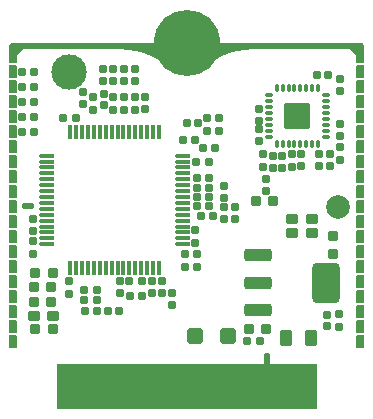
<source format=gts>
G04*
G04 #@! TF.GenerationSoftware,Altium Limited,Altium Designer,24.9.1 (31)*
G04*
G04 Layer_Color=8388736*
%FSLAX43Y43*%
%MOMM*%
G71*
G04*
G04 #@! TF.SameCoordinates,966C214A-C48B-4C11-AD4A-F44F92C35951*
G04*
G04*
G04 #@! TF.FilePolarity,Negative*
G04*
G01*
G75*
G04:AMPARAMS|DCode=34|XSize=0.6mm|YSize=0.7mm|CornerRadius=0.113mm|HoleSize=0mm|Usage=FLASHONLY|Rotation=270.000|XOffset=0mm|YOffset=0mm|HoleType=Round|Shape=RoundedRectangle|*
%AMROUNDEDRECTD34*
21,1,0.600,0.475,0,0,270.0*
21,1,0.375,0.700,0,0,270.0*
1,1,0.225,-0.238,-0.188*
1,1,0.225,-0.238,0.188*
1,1,0.225,0.238,0.188*
1,1,0.225,0.238,-0.188*
%
%ADD34ROUNDEDRECTD34*%
G04:AMPARAMS|DCode=35|XSize=0.5mm|YSize=1mm|CornerRadius=0.125mm|HoleSize=0mm|Usage=FLASHONLY|Rotation=90.000|XOffset=0mm|YOffset=0mm|HoleType=Round|Shape=RoundedRectangle|*
%AMROUNDEDRECTD35*
21,1,0.500,0.750,0,0,90.0*
21,1,0.250,1.000,0,0,90.0*
1,1,0.250,0.375,0.125*
1,1,0.250,0.375,-0.125*
1,1,0.250,-0.375,-0.125*
1,1,0.250,-0.375,0.125*
%
%ADD35ROUNDEDRECTD35*%
G04:AMPARAMS|DCode=36|XSize=0.5mm|YSize=1mm|CornerRadius=0.125mm|HoleSize=0mm|Usage=FLASHONLY|Rotation=180.000|XOffset=0mm|YOffset=0mm|HoleType=Round|Shape=RoundedRectangle|*
%AMROUNDEDRECTD36*
21,1,0.500,0.750,0,0,180.0*
21,1,0.250,1.000,0,0,180.0*
1,1,0.250,-0.125,0.375*
1,1,0.250,0.125,0.375*
1,1,0.250,0.125,-0.375*
1,1,0.250,-0.125,-0.375*
%
%ADD36ROUNDEDRECTD36*%
G04:AMPARAMS|DCode=37|XSize=0.6mm|YSize=0.7mm|CornerRadius=0.113mm|HoleSize=0mm|Usage=FLASHONLY|Rotation=0.000|XOffset=0mm|YOffset=0mm|HoleType=Round|Shape=RoundedRectangle|*
%AMROUNDEDRECTD37*
21,1,0.600,0.475,0,0,0.0*
21,1,0.375,0.700,0,0,0.0*
1,1,0.225,0.188,-0.238*
1,1,0.225,-0.188,-0.238*
1,1,0.225,-0.188,0.238*
1,1,0.225,0.188,0.238*
%
%ADD37ROUNDEDRECTD37*%
G04:AMPARAMS|DCode=38|XSize=0.9mm|YSize=0.85mm|CornerRadius=0.144mm|HoleSize=0mm|Usage=FLASHONLY|Rotation=0.000|XOffset=0mm|YOffset=0mm|HoleType=Round|Shape=RoundedRectangle|*
%AMROUNDEDRECTD38*
21,1,0.900,0.563,0,0,0.0*
21,1,0.613,0.850,0,0,0.0*
1,1,0.288,0.306,-0.281*
1,1,0.288,-0.306,-0.281*
1,1,0.288,-0.306,0.281*
1,1,0.288,0.306,0.281*
%
%ADD38ROUNDEDRECTD38*%
G04:AMPARAMS|DCode=39|XSize=1mm|YSize=0.8mm|CornerRadius=0.138mm|HoleSize=0mm|Usage=FLASHONLY|Rotation=0.000|XOffset=0mm|YOffset=0mm|HoleType=Round|Shape=RoundedRectangle|*
%AMROUNDEDRECTD39*
21,1,1.000,0.525,0,0,0.0*
21,1,0.725,0.800,0,0,0.0*
1,1,0.275,0.363,-0.263*
1,1,0.275,-0.363,-0.263*
1,1,0.275,-0.363,0.263*
1,1,0.275,0.363,0.263*
%
%ADD39ROUNDEDRECTD39*%
G04:AMPARAMS|DCode=40|XSize=3.4mm|YSize=2.3mm|CornerRadius=0.344mm|HoleSize=0mm|Usage=FLASHONLY|Rotation=270.000|XOffset=0mm|YOffset=0mm|HoleType=Round|Shape=RoundedRectangle|*
%AMROUNDEDRECTD40*
21,1,3.400,1.613,0,0,270.0*
21,1,2.713,2.300,0,0,270.0*
1,1,0.688,-0.806,-1.356*
1,1,0.688,-0.806,1.356*
1,1,0.688,0.806,1.356*
1,1,0.688,0.806,-1.356*
%
%ADD40ROUNDEDRECTD40*%
G04:AMPARAMS|DCode=41|XSize=1.1mm|YSize=2.3mm|CornerRadius=0.194mm|HoleSize=0mm|Usage=FLASHONLY|Rotation=270.000|XOffset=0mm|YOffset=0mm|HoleType=Round|Shape=RoundedRectangle|*
%AMROUNDEDRECTD41*
21,1,1.100,1.913,0,0,270.0*
21,1,0.713,2.300,0,0,270.0*
1,1,0.388,-0.956,-0.356*
1,1,0.388,-0.956,0.356*
1,1,0.388,0.956,0.356*
1,1,0.388,0.956,-0.356*
%
%ADD41ROUNDEDRECTD41*%
G04:AMPARAMS|DCode=42|XSize=0.7mm|YSize=0.7mm|CornerRadius=0.125mm|HoleSize=0mm|Usage=FLASHONLY|Rotation=270.000|XOffset=0mm|YOffset=0mm|HoleType=Round|Shape=RoundedRectangle|*
%AMROUNDEDRECTD42*
21,1,0.700,0.450,0,0,270.0*
21,1,0.450,0.700,0,0,270.0*
1,1,0.250,-0.225,-0.225*
1,1,0.250,-0.225,0.225*
1,1,0.250,0.225,0.225*
1,1,0.250,0.225,-0.225*
%
%ADD42ROUNDEDRECTD42*%
%ADD43R,0.450X1.600*%
G04:AMPARAMS|DCode=44|XSize=0.7mm|YSize=0.6mm|CornerRadius=0.113mm|HoleSize=0mm|Usage=FLASHONLY|Rotation=90.000|XOffset=0mm|YOffset=0mm|HoleType=Round|Shape=RoundedRectangle|*
%AMROUNDEDRECTD44*
21,1,0.700,0.375,0,0,90.0*
21,1,0.475,0.600,0,0,90.0*
1,1,0.225,0.188,0.238*
1,1,0.225,0.188,-0.238*
1,1,0.225,-0.188,-0.238*
1,1,0.225,-0.188,0.238*
%
%ADD44ROUNDEDRECTD44*%
G04:AMPARAMS|DCode=45|XSize=0.7mm|YSize=0.6mm|CornerRadius=0.113mm|HoleSize=0mm|Usage=FLASHONLY|Rotation=0.000|XOffset=0mm|YOffset=0mm|HoleType=Round|Shape=RoundedRectangle|*
%AMROUNDEDRECTD45*
21,1,0.700,0.375,0,0,0.0*
21,1,0.475,0.600,0,0,0.0*
1,1,0.225,0.238,-0.188*
1,1,0.225,-0.238,-0.188*
1,1,0.225,-0.238,0.188*
1,1,0.225,0.238,0.188*
%
%ADD45ROUNDEDRECTD45*%
G04:AMPARAMS|DCode=46|XSize=0.9mm|YSize=0.85mm|CornerRadius=0.144mm|HoleSize=0mm|Usage=FLASHONLY|Rotation=90.000|XOffset=0mm|YOffset=0mm|HoleType=Round|Shape=RoundedRectangle|*
%AMROUNDEDRECTD46*
21,1,0.900,0.563,0,0,90.0*
21,1,0.613,0.850,0,0,90.0*
1,1,0.288,0.281,0.306*
1,1,0.288,0.281,-0.306*
1,1,0.288,-0.281,-0.306*
1,1,0.288,-0.281,0.306*
%
%ADD46ROUNDEDRECTD46*%
%ADD47O,0.400X1.300*%
%ADD48O,1.300X0.400*%
G04:AMPARAMS|DCode=49|XSize=1.3mm|YSize=1.3mm|CornerRadius=0.2mm|HoleSize=0mm|Usage=FLASHONLY|Rotation=180.000|XOffset=0mm|YOffset=0mm|HoleType=Round|Shape=RoundedRectangle|*
%AMROUNDEDRECTD49*
21,1,1.300,0.900,0,0,180.0*
21,1,0.900,1.300,0,0,180.0*
1,1,0.400,-0.450,0.450*
1,1,0.400,0.450,0.450*
1,1,0.400,0.450,-0.450*
1,1,0.400,-0.450,-0.450*
%
%ADD49ROUNDEDRECTD49*%
G04:AMPARAMS|DCode=50|XSize=1mm|YSize=0.9mm|CornerRadius=0.15mm|HoleSize=0mm|Usage=FLASHONLY|Rotation=0.000|XOffset=0mm|YOffset=0mm|HoleType=Round|Shape=RoundedRectangle|*
%AMROUNDEDRECTD50*
21,1,1.000,0.600,0,0,0.0*
21,1,0.700,0.900,0,0,0.0*
1,1,0.300,0.350,-0.300*
1,1,0.300,-0.350,-0.300*
1,1,0.300,-0.350,0.300*
1,1,0.300,0.350,0.300*
%
%ADD50ROUNDEDRECTD50*%
G04:AMPARAMS|DCode=51|XSize=1.05mm|YSize=1.35mm|CornerRadius=0.188mm|HoleSize=0mm|Usage=FLASHONLY|Rotation=0.000|XOffset=0mm|YOffset=0mm|HoleType=Round|Shape=RoundedRectangle|*
%AMROUNDEDRECTD51*
21,1,1.050,0.975,0,0,0.0*
21,1,0.675,1.350,0,0,0.0*
1,1,0.375,0.338,-0.488*
1,1,0.375,-0.338,-0.488*
1,1,0.375,-0.338,0.488*
1,1,0.375,0.338,0.488*
%
%ADD51ROUNDEDRECTD51*%
G04:AMPARAMS|DCode=52|XSize=2.2mm|YSize=2.2mm|CornerRadius=0.155mm|HoleSize=0mm|Usage=FLASHONLY|Rotation=90.000|XOffset=0mm|YOffset=0mm|HoleType=Round|Shape=RoundedRectangle|*
%AMROUNDEDRECTD52*
21,1,2.200,1.890,0,0,90.0*
21,1,1.890,2.200,0,0,90.0*
1,1,0.310,0.945,0.945*
1,1,0.310,0.945,-0.945*
1,1,0.310,-0.945,-0.945*
1,1,0.310,-0.945,0.945*
%
%ADD52ROUNDEDRECTD52*%
G04:AMPARAMS|DCode=53|XSize=0.7mm|YSize=0.35mm|CornerRadius=0.113mm|HoleSize=0mm|Usage=FLASHONLY|Rotation=180.000|XOffset=0mm|YOffset=0mm|HoleType=Round|Shape=RoundedRectangle|*
%AMROUNDEDRECTD53*
21,1,0.700,0.125,0,0,180.0*
21,1,0.475,0.350,0,0,180.0*
1,1,0.225,-0.238,0.063*
1,1,0.225,0.238,0.063*
1,1,0.225,0.238,-0.063*
1,1,0.225,-0.238,-0.063*
%
%ADD53ROUNDEDRECTD53*%
G04:AMPARAMS|DCode=54|XSize=0.7mm|YSize=0.35mm|CornerRadius=0.113mm|HoleSize=0mm|Usage=FLASHONLY|Rotation=270.000|XOffset=0mm|YOffset=0mm|HoleType=Round|Shape=RoundedRectangle|*
%AMROUNDEDRECTD54*
21,1,0.700,0.125,0,0,270.0*
21,1,0.475,0.350,0,0,270.0*
1,1,0.225,-0.063,-0.238*
1,1,0.225,-0.063,0.238*
1,1,0.225,0.063,0.238*
1,1,0.225,0.063,-0.238*
%
%ADD54ROUNDEDRECTD54*%
%ADD55C,2.000*%
%ADD56C,3.000*%
%ADD57C,5.600*%
%ADD58C,0.100*%
G36*
X14913Y-30D02*
X14970Y-87D01*
X15000Y-160D01*
Y-200D01*
Y-617D01*
X15000D01*
X15010Y-618D01*
X15019Y-621D01*
X15028Y-625D01*
X15036Y-632D01*
X15042Y-639D01*
X15046Y-648D01*
X15049Y-657D01*
X15050Y-667D01*
Y-1667D01*
X15049Y-1677D01*
X15046Y-1686D01*
X15042Y-1695D01*
X15036Y-1703D01*
X15028Y-1709D01*
X15019Y-1714D01*
X15010Y-1717D01*
X15000Y-1717D01*
X14500D01*
X14500Y-1717D01*
X14491Y-1717D01*
X14490Y-1717D01*
X14481Y-1714D01*
X14472Y-1709D01*
X14468Y-1706D01*
X14464Y-1703D01*
X14464Y-1703D01*
X14365Y-1603D01*
X14364Y-1603D01*
X14361Y-1599D01*
X14358Y-1595D01*
X14356Y-1591D01*
X14354Y-1586D01*
X14351Y-1577D01*
X14350Y-1567D01*
Y-1050D01*
X13941Y-641D01*
X13906Y-610D01*
X13828Y-557D01*
X13740Y-521D01*
X13647Y-502D01*
X13600Y-500D01*
X6000D01*
Y-500D01*
X6000Y-500D01*
X5655Y-504D01*
X4967Y-564D01*
X4288Y-690D01*
X3625Y-882D01*
X2984Y-1139D01*
X2371Y-1457D01*
X1792Y-1833D01*
X1253Y-2265D01*
X1000Y-2500D01*
Y-500D01*
X-1000D01*
X-1000Y-2500D01*
X-1253Y-2265D01*
X-1792Y-1833D01*
X-2371Y-1457D01*
X-2984Y-1139D01*
X-3625Y-882D01*
X-4288Y-690D01*
X-4967Y-564D01*
X-5655Y-504D01*
X-6000Y-500D01*
Y-500D01*
Y-500D01*
X-13600D01*
X-13647Y-502D01*
X-13740Y-521D01*
X-13828Y-557D01*
X-13906Y-610D01*
X-13941Y-641D01*
X-13900Y-600D01*
X-13941Y-641D01*
X-13941Y-641D01*
X-14350Y-1050D01*
Y-1570D01*
X-14350Y-1570D01*
X-14350Y-1575D01*
X-14351Y-1580D01*
X-14353Y-1587D01*
X-14354Y-1589D01*
X-14358Y-1598D01*
X-14364Y-1606D01*
X-14364Y-1606D01*
X-14464Y-1706D01*
X-14464Y-1706D01*
X-14468Y-1708D01*
X-14472Y-1712D01*
X-14481Y-1716D01*
X-14490Y-1719D01*
X-14495Y-1720D01*
X-14500Y-1720D01*
X-14500Y-1720D01*
X-15000Y-1720D01*
X-15010Y-1719D01*
X-15019Y-1716D01*
X-15028Y-1712D01*
X-15036Y-1706D01*
X-15042Y-1698D01*
X-15046Y-1689D01*
X-15049Y-1680D01*
X-15050Y-1670D01*
Y-670D01*
X-15049Y-660D01*
X-15046Y-651D01*
X-15042Y-642D01*
X-15036Y-634D01*
X-15028Y-628D01*
X-15019Y-624D01*
X-15010Y-621D01*
X-15009Y-621D01*
X-15000Y-620D01*
Y-241D01*
Y-193D01*
X-14963Y-104D01*
X-14896Y-37D01*
X-14807Y0D01*
X14840D01*
X14913Y-30D01*
D02*
G37*
G36*
X14500Y-1890D02*
X15000Y-1890D01*
X15010Y-1891D01*
X15019Y-1894D01*
X15028Y-1898D01*
X15036Y-1904D01*
X15042Y-1912D01*
X15046Y-1921D01*
X15049Y-1930D01*
X15050Y-1940D01*
Y-2940D01*
X15049Y-2950D01*
X15046Y-2959D01*
X15042Y-2968D01*
X15036Y-2976D01*
X15028Y-2982D01*
X15019Y-2986D01*
X15010Y-2989D01*
X15000Y-2990D01*
X14500D01*
X14500Y-2990D01*
X14491Y-2989D01*
X14490Y-2989D01*
X14481Y-2986D01*
X14472Y-2982D01*
X14468Y-2978D01*
X14464Y-2976D01*
X14464Y-2976D01*
X14364Y-2876D01*
X14364Y-2876D01*
X14361Y-2871D01*
X14358Y-2868D01*
X14356Y-2863D01*
X14354Y-2859D01*
X14351Y-2850D01*
X14350Y-2840D01*
Y-2040D01*
X14350Y-2040D01*
X14350Y-2035D01*
X14351Y-2030D01*
X14353Y-2023D01*
X14354Y-2021D01*
X14358Y-2012D01*
X14364Y-2004D01*
X14364Y-2004D01*
X14464Y-1904D01*
X14464Y-1904D01*
X14468Y-1902D01*
X14472Y-1898D01*
X14481Y-1894D01*
X14490Y-1891D01*
X14495Y-1890D01*
X14500Y-1890D01*
X14500Y-1890D01*
D02*
G37*
G36*
X-14491Y-1891D02*
X-14490Y-1891D01*
X-14481Y-1894D01*
X-14472Y-1898D01*
X-14468Y-1902D01*
X-14464Y-1904D01*
X-14464Y-1904D01*
X-14364Y-2004D01*
X-14364Y-2004D01*
X-14361Y-2009D01*
X-14358Y-2012D01*
X-14356Y-2017D01*
X-14354Y-2021D01*
X-14351Y-2030D01*
X-14350Y-2040D01*
Y-2840D01*
X-14350Y-2840D01*
X-14350Y-2845D01*
X-14351Y-2850D01*
X-14353Y-2857D01*
X-14354Y-2859D01*
X-14358Y-2868D01*
X-14364Y-2876D01*
X-14364Y-2876D01*
X-14464Y-2976D01*
X-14464Y-2976D01*
X-14468Y-2978D01*
X-14472Y-2982D01*
X-14481Y-2986D01*
X-14490Y-2989D01*
X-14495Y-2990D01*
X-14500Y-2990D01*
X-14500Y-2990D01*
X-15000Y-2990D01*
X-15010Y-2989D01*
X-15019Y-2986D01*
X-15028Y-2982D01*
X-15036Y-2976D01*
X-15042Y-2968D01*
X-15046Y-2959D01*
X-15049Y-2950D01*
X-15050Y-2940D01*
Y-1940D01*
X-15049Y-1930D01*
X-15046Y-1921D01*
X-15042Y-1912D01*
X-15036Y-1904D01*
X-15028Y-1898D01*
X-15019Y-1894D01*
X-15010Y-1891D01*
X-15000Y-1890D01*
X-14500D01*
X-14500Y-1890D01*
X-14491Y-1891D01*
D02*
G37*
G36*
X14500Y-3160D02*
X15000Y-3160D01*
X15010Y-3161D01*
X15019Y-3164D01*
X15028Y-3168D01*
X15036Y-3174D01*
X15042Y-3182D01*
X15046Y-3191D01*
X15049Y-3200D01*
X15050Y-3210D01*
Y-4210D01*
X15049Y-4220D01*
X15046Y-4229D01*
X15042Y-4238D01*
X15036Y-4246D01*
X15028Y-4252D01*
X15019Y-4256D01*
X15010Y-4259D01*
X15000Y-4260D01*
X14500D01*
X14500Y-4260D01*
X14491Y-4259D01*
X14490Y-4259D01*
X14481Y-4256D01*
X14472Y-4252D01*
X14468Y-4248D01*
X14464Y-4246D01*
X14464Y-4246D01*
X14364Y-4146D01*
X14364Y-4146D01*
X14361Y-4141D01*
X14358Y-4138D01*
X14356Y-4133D01*
X14354Y-4129D01*
X14351Y-4120D01*
X14350Y-4110D01*
Y-3310D01*
X14350Y-3310D01*
X14350Y-3305D01*
X14351Y-3300D01*
X14353Y-3293D01*
X14354Y-3291D01*
X14358Y-3282D01*
X14364Y-3274D01*
X14364Y-3274D01*
X14464Y-3174D01*
X14464Y-3174D01*
X14468Y-3172D01*
X14472Y-3168D01*
X14481Y-3164D01*
X14490Y-3161D01*
X14495Y-3160D01*
X14500Y-3160D01*
X14500Y-3160D01*
D02*
G37*
G36*
X-14491Y-3161D02*
X-14490Y-3161D01*
X-14481Y-3164D01*
X-14472Y-3168D01*
X-14468Y-3172D01*
X-14464Y-3174D01*
X-14464Y-3174D01*
X-14364Y-3274D01*
X-14364Y-3274D01*
X-14361Y-3279D01*
X-14358Y-3282D01*
X-14356Y-3287D01*
X-14354Y-3291D01*
X-14351Y-3300D01*
X-14350Y-3310D01*
Y-4110D01*
X-14350Y-4110D01*
X-14350Y-4115D01*
X-14351Y-4120D01*
X-14353Y-4127D01*
X-14354Y-4129D01*
X-14358Y-4138D01*
X-14364Y-4146D01*
X-14364Y-4146D01*
X-14464Y-4246D01*
X-14464Y-4246D01*
X-14468Y-4248D01*
X-14472Y-4252D01*
X-14481Y-4256D01*
X-14490Y-4259D01*
X-14495Y-4260D01*
X-14500Y-4260D01*
X-14500Y-4260D01*
X-15000Y-4260D01*
X-15010Y-4259D01*
X-15019Y-4256D01*
X-15028Y-4252D01*
X-15036Y-4246D01*
X-15042Y-4238D01*
X-15046Y-4229D01*
X-15049Y-4220D01*
X-15050Y-4210D01*
Y-3210D01*
X-15049Y-3200D01*
X-15046Y-3191D01*
X-15042Y-3182D01*
X-15036Y-3174D01*
X-15028Y-3168D01*
X-15019Y-3164D01*
X-15010Y-3161D01*
X-15000Y-3160D01*
X-14500D01*
X-14500Y-3160D01*
X-14491Y-3161D01*
D02*
G37*
G36*
X14500Y-4430D02*
X15000Y-4430D01*
X15010Y-4431D01*
X15019Y-4434D01*
X15028Y-4438D01*
X15036Y-4444D01*
X15042Y-4452D01*
X15046Y-4461D01*
X15049Y-4470D01*
X15050Y-4480D01*
Y-5480D01*
X15049Y-5490D01*
X15046Y-5499D01*
X15042Y-5508D01*
X15036Y-5516D01*
X15028Y-5522D01*
X15019Y-5526D01*
X15010Y-5529D01*
X15000Y-5530D01*
X14500D01*
X14500Y-5530D01*
X14491Y-5529D01*
X14490Y-5529D01*
X14481Y-5526D01*
X14472Y-5522D01*
X14468Y-5518D01*
X14464Y-5516D01*
X14464Y-5516D01*
X14364Y-5416D01*
X14364Y-5416D01*
X14361Y-5411D01*
X14358Y-5408D01*
X14356Y-5403D01*
X14354Y-5399D01*
X14351Y-5390D01*
X14350Y-5380D01*
Y-4580D01*
X14350Y-4580D01*
X14350Y-4575D01*
X14351Y-4570D01*
X14353Y-4563D01*
X14354Y-4561D01*
X14358Y-4552D01*
X14364Y-4544D01*
X14364Y-4544D01*
X14464Y-4444D01*
X14464Y-4444D01*
X14468Y-4442D01*
X14472Y-4438D01*
X14481Y-4434D01*
X14490Y-4431D01*
X14495Y-4430D01*
X14500Y-4430D01*
X14500Y-4430D01*
D02*
G37*
G36*
X-14491Y-4431D02*
X-14490Y-4431D01*
X-14481Y-4434D01*
X-14472Y-4438D01*
X-14468Y-4442D01*
X-14464Y-4444D01*
X-14464Y-4444D01*
X-14364Y-4544D01*
X-14364Y-4544D01*
X-14361Y-4549D01*
X-14358Y-4552D01*
X-14356Y-4557D01*
X-14354Y-4561D01*
X-14351Y-4570D01*
X-14350Y-4580D01*
Y-5380D01*
X-14350Y-5380D01*
X-14350Y-5385D01*
X-14351Y-5390D01*
X-14353Y-5397D01*
X-14354Y-5399D01*
X-14358Y-5408D01*
X-14364Y-5416D01*
X-14364Y-5416D01*
X-14464Y-5516D01*
X-14464Y-5516D01*
X-14468Y-5518D01*
X-14472Y-5522D01*
X-14481Y-5526D01*
X-14490Y-5529D01*
X-14495Y-5530D01*
X-14500Y-5530D01*
X-14500Y-5530D01*
X-15000Y-5530D01*
X-15010Y-5529D01*
X-15019Y-5526D01*
X-15028Y-5522D01*
X-15036Y-5516D01*
X-15042Y-5508D01*
X-15046Y-5499D01*
X-15049Y-5490D01*
X-15050Y-5480D01*
Y-4480D01*
X-15049Y-4470D01*
X-15046Y-4461D01*
X-15042Y-4452D01*
X-15036Y-4444D01*
X-15028Y-4438D01*
X-15019Y-4434D01*
X-15010Y-4431D01*
X-15000Y-4430D01*
X-14500D01*
X-14500Y-4430D01*
X-14491Y-4431D01*
D02*
G37*
G36*
X14500Y-5700D02*
X15000Y-5700D01*
X15010Y-5701D01*
X15019Y-5704D01*
X15028Y-5708D01*
X15036Y-5714D01*
X15042Y-5722D01*
X15046Y-5731D01*
X15049Y-5740D01*
X15050Y-5750D01*
Y-6750D01*
X15049Y-6760D01*
X15046Y-6769D01*
X15042Y-6778D01*
X15036Y-6786D01*
X15028Y-6792D01*
X15019Y-6796D01*
X15010Y-6799D01*
X15000Y-6800D01*
X14500D01*
X14500Y-6800D01*
X14491Y-6799D01*
X14490Y-6799D01*
X14481Y-6796D01*
X14472Y-6792D01*
X14468Y-6788D01*
X14464Y-6786D01*
X14464Y-6786D01*
X14364Y-6686D01*
X14364Y-6686D01*
X14361Y-6681D01*
X14358Y-6678D01*
X14356Y-6673D01*
X14354Y-6669D01*
X14351Y-6660D01*
X14350Y-6650D01*
Y-5850D01*
X14350Y-5850D01*
X14350Y-5845D01*
X14351Y-5840D01*
X14353Y-5833D01*
X14354Y-5831D01*
X14358Y-5822D01*
X14364Y-5814D01*
X14364Y-5814D01*
X14464Y-5714D01*
X14464Y-5714D01*
X14468Y-5712D01*
X14472Y-5708D01*
X14481Y-5704D01*
X14490Y-5701D01*
X14495Y-5700D01*
X14500Y-5700D01*
X14500Y-5700D01*
D02*
G37*
G36*
X-14491Y-5701D02*
X-14490Y-5701D01*
X-14481Y-5704D01*
X-14472Y-5708D01*
X-14468Y-5712D01*
X-14464Y-5714D01*
X-14464Y-5714D01*
X-14364Y-5814D01*
X-14364Y-5814D01*
X-14361Y-5819D01*
X-14358Y-5822D01*
X-14356Y-5827D01*
X-14354Y-5831D01*
X-14351Y-5840D01*
X-14350Y-5850D01*
Y-6650D01*
X-14350Y-6650D01*
X-14350Y-6655D01*
X-14351Y-6660D01*
X-14353Y-6667D01*
X-14354Y-6669D01*
X-14358Y-6678D01*
X-14364Y-6686D01*
X-14364Y-6686D01*
X-14464Y-6786D01*
X-14464Y-6786D01*
X-14468Y-6788D01*
X-14472Y-6792D01*
X-14481Y-6796D01*
X-14490Y-6799D01*
X-14495Y-6800D01*
X-14500Y-6800D01*
X-14500Y-6800D01*
X-15000Y-6800D01*
X-15010Y-6799D01*
X-15019Y-6796D01*
X-15028Y-6792D01*
X-15036Y-6786D01*
X-15042Y-6778D01*
X-15046Y-6769D01*
X-15049Y-6760D01*
X-15050Y-6750D01*
Y-5750D01*
X-15049Y-5740D01*
X-15046Y-5731D01*
X-15042Y-5722D01*
X-15036Y-5714D01*
X-15028Y-5708D01*
X-15019Y-5704D01*
X-15010Y-5701D01*
X-15000Y-5700D01*
X-14500D01*
X-14500Y-5700D01*
X-14491Y-5701D01*
D02*
G37*
G36*
X14500Y-6970D02*
X15000Y-6970D01*
X15010Y-6971D01*
X15019Y-6974D01*
X15028Y-6978D01*
X15036Y-6984D01*
X15042Y-6992D01*
X15046Y-7001D01*
X15049Y-7010D01*
X15050Y-7020D01*
Y-8020D01*
X15049Y-8030D01*
X15046Y-8039D01*
X15042Y-8048D01*
X15036Y-8056D01*
X15028Y-8062D01*
X15019Y-8066D01*
X15010Y-8069D01*
X15000Y-8070D01*
X14500D01*
X14500Y-8070D01*
X14491Y-8069D01*
X14490Y-8069D01*
X14481Y-8066D01*
X14472Y-8062D01*
X14468Y-8058D01*
X14464Y-8056D01*
X14464Y-8056D01*
X14364Y-7956D01*
X14364Y-7956D01*
X14361Y-7951D01*
X14358Y-7948D01*
X14356Y-7943D01*
X14354Y-7939D01*
X14351Y-7930D01*
X14350Y-7920D01*
Y-7120D01*
X14350Y-7120D01*
X14350Y-7115D01*
X14351Y-7110D01*
X14353Y-7103D01*
X14354Y-7101D01*
X14358Y-7092D01*
X14364Y-7084D01*
X14364Y-7084D01*
X14464Y-6984D01*
X14464Y-6984D01*
X14468Y-6982D01*
X14472Y-6978D01*
X14481Y-6974D01*
X14490Y-6971D01*
X14495Y-6970D01*
X14500Y-6970D01*
X14500Y-6970D01*
D02*
G37*
G36*
X-14491Y-6971D02*
X-14490Y-6971D01*
X-14481Y-6974D01*
X-14472Y-6978D01*
X-14468Y-6982D01*
X-14464Y-6984D01*
X-14464Y-6984D01*
X-14364Y-7084D01*
X-14364Y-7084D01*
X-14361Y-7089D01*
X-14358Y-7092D01*
X-14356Y-7097D01*
X-14354Y-7101D01*
X-14351Y-7110D01*
X-14350Y-7120D01*
Y-7920D01*
X-14350Y-7920D01*
X-14350Y-7925D01*
X-14351Y-7930D01*
X-14353Y-7937D01*
X-14354Y-7939D01*
X-14358Y-7948D01*
X-14364Y-7956D01*
X-14364Y-7956D01*
X-14464Y-8056D01*
X-14464Y-8056D01*
X-14468Y-8058D01*
X-14472Y-8062D01*
X-14481Y-8066D01*
X-14490Y-8069D01*
X-14495Y-8070D01*
X-14500Y-8070D01*
X-14500Y-8070D01*
X-15000Y-8070D01*
X-15010Y-8069D01*
X-15019Y-8066D01*
X-15028Y-8062D01*
X-15036Y-8056D01*
X-15042Y-8048D01*
X-15046Y-8039D01*
X-15049Y-8030D01*
X-15050Y-8020D01*
Y-7020D01*
X-15049Y-7010D01*
X-15046Y-7001D01*
X-15042Y-6992D01*
X-15036Y-6984D01*
X-15028Y-6978D01*
X-15019Y-6974D01*
X-15010Y-6971D01*
X-15000Y-6970D01*
X-14500D01*
X-14500Y-6970D01*
X-14491Y-6971D01*
D02*
G37*
G36*
X14500Y-8240D02*
X15000Y-8240D01*
X15010Y-8241D01*
X15019Y-8244D01*
X15028Y-8248D01*
X15036Y-8254D01*
X15042Y-8262D01*
X15046Y-8271D01*
X15049Y-8280D01*
X15050Y-8290D01*
Y-9290D01*
X15049Y-9300D01*
X15046Y-9309D01*
X15042Y-9318D01*
X15036Y-9326D01*
X15028Y-9332D01*
X15019Y-9336D01*
X15010Y-9339D01*
X15000Y-9340D01*
X14500D01*
X14500Y-9340D01*
X14491Y-9339D01*
X14490Y-9339D01*
X14481Y-9336D01*
X14472Y-9332D01*
X14468Y-9328D01*
X14464Y-9326D01*
X14464Y-9326D01*
X14364Y-9226D01*
X14364Y-9226D01*
X14361Y-9221D01*
X14358Y-9218D01*
X14356Y-9213D01*
X14354Y-9209D01*
X14351Y-9200D01*
X14350Y-9190D01*
Y-8390D01*
X14350Y-8390D01*
X14350Y-8385D01*
X14351Y-8380D01*
X14353Y-8373D01*
X14354Y-8371D01*
X14358Y-8362D01*
X14364Y-8354D01*
X14364Y-8354D01*
X14464Y-8254D01*
X14464Y-8254D01*
X14468Y-8252D01*
X14472Y-8248D01*
X14481Y-8244D01*
X14490Y-8241D01*
X14495Y-8240D01*
X14500Y-8240D01*
X14500Y-8240D01*
D02*
G37*
G36*
X-14491Y-8241D02*
X-14490Y-8241D01*
X-14481Y-8244D01*
X-14472Y-8248D01*
X-14468Y-8252D01*
X-14464Y-8254D01*
X-14464Y-8254D01*
X-14364Y-8354D01*
X-14364Y-8354D01*
X-14361Y-8359D01*
X-14358Y-8362D01*
X-14356Y-8367D01*
X-14354Y-8371D01*
X-14351Y-8380D01*
X-14350Y-8390D01*
Y-9190D01*
X-14350Y-9190D01*
X-14350Y-9195D01*
X-14351Y-9200D01*
X-14353Y-9207D01*
X-14354Y-9209D01*
X-14358Y-9218D01*
X-14364Y-9226D01*
X-14364Y-9226D01*
X-14464Y-9326D01*
X-14464Y-9326D01*
X-14468Y-9328D01*
X-14472Y-9332D01*
X-14481Y-9336D01*
X-14490Y-9339D01*
X-14495Y-9340D01*
X-14500Y-9340D01*
X-14500Y-9340D01*
X-15000Y-9340D01*
X-15010Y-9339D01*
X-15019Y-9336D01*
X-15028Y-9332D01*
X-15036Y-9326D01*
X-15042Y-9318D01*
X-15046Y-9309D01*
X-15049Y-9300D01*
X-15050Y-9290D01*
Y-8290D01*
X-15049Y-8280D01*
X-15046Y-8271D01*
X-15042Y-8262D01*
X-15036Y-8254D01*
X-15028Y-8248D01*
X-15019Y-8244D01*
X-15010Y-8241D01*
X-15000Y-8240D01*
X-14500D01*
X-14500Y-8240D01*
X-14491Y-8241D01*
D02*
G37*
G36*
X14500Y-9510D02*
X15000Y-9510D01*
X15010Y-9511D01*
X15019Y-9514D01*
X15028Y-9518D01*
X15036Y-9524D01*
X15042Y-9532D01*
X15046Y-9541D01*
X15049Y-9550D01*
X15050Y-9560D01*
Y-10560D01*
X15049Y-10570D01*
X15046Y-10579D01*
X15042Y-10588D01*
X15036Y-10596D01*
X15028Y-10602D01*
X15019Y-10606D01*
X15010Y-10609D01*
X15000Y-10610D01*
X14500D01*
X14500Y-10610D01*
X14491Y-10609D01*
X14490Y-10609D01*
X14481Y-10606D01*
X14472Y-10602D01*
X14468Y-10598D01*
X14464Y-10596D01*
X14464Y-10596D01*
X14364Y-10496D01*
X14364Y-10496D01*
X14361Y-10491D01*
X14358Y-10488D01*
X14356Y-10483D01*
X14354Y-10479D01*
X14351Y-10470D01*
X14350Y-10460D01*
Y-9660D01*
X14350Y-9660D01*
X14350Y-9655D01*
X14351Y-9650D01*
X14353Y-9643D01*
X14354Y-9641D01*
X14358Y-9632D01*
X14364Y-9624D01*
X14364Y-9624D01*
X14464Y-9524D01*
X14464Y-9524D01*
X14468Y-9522D01*
X14472Y-9518D01*
X14481Y-9514D01*
X14490Y-9511D01*
X14495Y-9510D01*
X14500Y-9510D01*
X14500Y-9510D01*
D02*
G37*
G36*
X-14491Y-9511D02*
X-14490Y-9511D01*
X-14481Y-9514D01*
X-14472Y-9518D01*
X-14468Y-9522D01*
X-14464Y-9524D01*
X-14464Y-9524D01*
X-14364Y-9624D01*
X-14364Y-9624D01*
X-14361Y-9629D01*
X-14358Y-9632D01*
X-14356Y-9637D01*
X-14354Y-9641D01*
X-14351Y-9650D01*
X-14350Y-9660D01*
Y-10460D01*
X-14350Y-10460D01*
X-14350Y-10465D01*
X-14351Y-10470D01*
X-14353Y-10477D01*
X-14354Y-10479D01*
X-14358Y-10488D01*
X-14364Y-10496D01*
X-14364Y-10496D01*
X-14464Y-10596D01*
X-14464Y-10596D01*
X-14468Y-10598D01*
X-14472Y-10602D01*
X-14481Y-10606D01*
X-14490Y-10609D01*
X-14495Y-10610D01*
X-14500Y-10610D01*
X-14500Y-10610D01*
X-15000Y-10610D01*
X-15010Y-10609D01*
X-15019Y-10606D01*
X-15028Y-10602D01*
X-15036Y-10596D01*
X-15042Y-10588D01*
X-15046Y-10579D01*
X-15049Y-10570D01*
X-15050Y-10560D01*
Y-9560D01*
X-15049Y-9550D01*
X-15046Y-9541D01*
X-15042Y-9532D01*
X-15036Y-9524D01*
X-15028Y-9518D01*
X-15019Y-9514D01*
X-15010Y-9511D01*
X-15000Y-9510D01*
X-14500D01*
X-14500Y-9510D01*
X-14491Y-9511D01*
D02*
G37*
G36*
X14500Y-10780D02*
X15000Y-10780D01*
X15010Y-10781D01*
X15019Y-10784D01*
X15028Y-10788D01*
X15036Y-10794D01*
X15042Y-10802D01*
X15046Y-10811D01*
X15049Y-10820D01*
X15050Y-10830D01*
Y-11830D01*
X15049Y-11840D01*
X15046Y-11849D01*
X15042Y-11858D01*
X15036Y-11866D01*
X15028Y-11872D01*
X15019Y-11876D01*
X15010Y-11879D01*
X15000Y-11880D01*
X14500D01*
X14500Y-11880D01*
X14491Y-11879D01*
X14490Y-11879D01*
X14481Y-11876D01*
X14472Y-11872D01*
X14468Y-11868D01*
X14464Y-11866D01*
X14464Y-11866D01*
X14364Y-11766D01*
X14364Y-11766D01*
X14361Y-11761D01*
X14358Y-11758D01*
X14356Y-11753D01*
X14354Y-11749D01*
X14351Y-11740D01*
X14350Y-11730D01*
Y-10930D01*
X14350Y-10930D01*
X14350Y-10925D01*
X14351Y-10920D01*
X14353Y-10913D01*
X14354Y-10911D01*
X14358Y-10902D01*
X14364Y-10894D01*
X14364Y-10894D01*
X14464Y-10794D01*
X14464Y-10794D01*
X14468Y-10792D01*
X14472Y-10788D01*
X14481Y-10784D01*
X14490Y-10781D01*
X14495Y-10780D01*
X14500Y-10780D01*
X14500Y-10780D01*
D02*
G37*
G36*
X-14491Y-10781D02*
X-14490Y-10781D01*
X-14481Y-10784D01*
X-14472Y-10788D01*
X-14468Y-10792D01*
X-14464Y-10794D01*
X-14464Y-10794D01*
X-14364Y-10894D01*
X-14364Y-10894D01*
X-14361Y-10899D01*
X-14358Y-10902D01*
X-14356Y-10907D01*
X-14354Y-10911D01*
X-14351Y-10920D01*
X-14350Y-10930D01*
Y-11730D01*
X-14350Y-11730D01*
X-14350Y-11735D01*
X-14351Y-11740D01*
X-14353Y-11747D01*
X-14354Y-11749D01*
X-14358Y-11758D01*
X-14364Y-11766D01*
X-14364Y-11766D01*
X-14464Y-11866D01*
X-14464Y-11866D01*
X-14468Y-11868D01*
X-14472Y-11872D01*
X-14481Y-11876D01*
X-14490Y-11879D01*
X-14495Y-11880D01*
X-14500Y-11880D01*
X-14500Y-11880D01*
X-15000Y-11880D01*
X-15010Y-11879D01*
X-15019Y-11876D01*
X-15028Y-11872D01*
X-15036Y-11866D01*
X-15042Y-11858D01*
X-15046Y-11849D01*
X-15049Y-11840D01*
X-15050Y-11830D01*
Y-10830D01*
X-15049Y-10820D01*
X-15046Y-10811D01*
X-15042Y-10802D01*
X-15036Y-10794D01*
X-15028Y-10788D01*
X-15019Y-10784D01*
X-15010Y-10781D01*
X-15000Y-10780D01*
X-14500D01*
X-14500Y-10780D01*
X-14491Y-10781D01*
D02*
G37*
G36*
X14500Y-12050D02*
X15000Y-12050D01*
X15010Y-12051D01*
X15019Y-12054D01*
X15028Y-12058D01*
X15036Y-12064D01*
X15042Y-12072D01*
X15046Y-12081D01*
X15049Y-12090D01*
X15050Y-12100D01*
Y-13100D01*
X15049Y-13110D01*
X15046Y-13119D01*
X15042Y-13128D01*
X15036Y-13136D01*
X15028Y-13142D01*
X15019Y-13146D01*
X15010Y-13149D01*
X15000Y-13150D01*
X14500D01*
X14500Y-13150D01*
X14491Y-13149D01*
X14490Y-13149D01*
X14481Y-13146D01*
X14472Y-13142D01*
X14468Y-13138D01*
X14464Y-13136D01*
X14464Y-13136D01*
X14364Y-13036D01*
X14364Y-13036D01*
X14361Y-13031D01*
X14358Y-13028D01*
X14356Y-13023D01*
X14354Y-13019D01*
X14351Y-13010D01*
X14350Y-13000D01*
Y-12200D01*
X14350Y-12200D01*
X14350Y-12195D01*
X14351Y-12190D01*
X14353Y-12183D01*
X14354Y-12181D01*
X14358Y-12172D01*
X14364Y-12164D01*
X14364Y-12164D01*
X14464Y-12064D01*
X14464Y-12064D01*
X14468Y-12062D01*
X14472Y-12058D01*
X14481Y-12054D01*
X14490Y-12051D01*
X14495Y-12050D01*
X14500Y-12050D01*
X14500Y-12050D01*
D02*
G37*
G36*
X-14491Y-12051D02*
X-14490Y-12051D01*
X-14481Y-12054D01*
X-14472Y-12058D01*
X-14468Y-12062D01*
X-14464Y-12064D01*
X-14464Y-12064D01*
X-14364Y-12164D01*
X-14364Y-12164D01*
X-14361Y-12169D01*
X-14358Y-12172D01*
X-14356Y-12177D01*
X-14354Y-12181D01*
X-14351Y-12190D01*
X-14350Y-12200D01*
Y-13000D01*
X-14350Y-13000D01*
X-14350Y-13005D01*
X-14351Y-13010D01*
X-14353Y-13017D01*
X-14354Y-13019D01*
X-14358Y-13028D01*
X-14364Y-13036D01*
X-14364Y-13036D01*
X-14464Y-13136D01*
X-14464Y-13136D01*
X-14468Y-13138D01*
X-14472Y-13142D01*
X-14481Y-13146D01*
X-14490Y-13149D01*
X-14495Y-13150D01*
X-14500Y-13150D01*
X-14500Y-13150D01*
X-15000Y-13150D01*
X-15010Y-13149D01*
X-15019Y-13146D01*
X-15028Y-13142D01*
X-15036Y-13136D01*
X-15042Y-13128D01*
X-15046Y-13119D01*
X-15049Y-13110D01*
X-15050Y-13100D01*
Y-12100D01*
X-15049Y-12090D01*
X-15046Y-12081D01*
X-15042Y-12072D01*
X-15036Y-12064D01*
X-15028Y-12058D01*
X-15019Y-12054D01*
X-15010Y-12051D01*
X-15000Y-12050D01*
X-14500D01*
X-14500Y-12050D01*
X-14491Y-12051D01*
D02*
G37*
G36*
X14500Y-13320D02*
X15000Y-13320D01*
X15010Y-13321D01*
X15019Y-13324D01*
X15028Y-13328D01*
X15036Y-13334D01*
X15042Y-13342D01*
X15046Y-13351D01*
X15049Y-13360D01*
X15050Y-13370D01*
Y-14370D01*
X15049Y-14380D01*
X15046Y-14389D01*
X15042Y-14398D01*
X15036Y-14406D01*
X15028Y-14412D01*
X15019Y-14416D01*
X15010Y-14419D01*
X15000Y-14420D01*
X14500D01*
X14500Y-14420D01*
X14491Y-14419D01*
X14490Y-14419D01*
X14481Y-14416D01*
X14472Y-14412D01*
X14468Y-14408D01*
X14464Y-14406D01*
X14464Y-14406D01*
X14364Y-14306D01*
X14364Y-14306D01*
X14361Y-14301D01*
X14358Y-14298D01*
X14356Y-14293D01*
X14354Y-14289D01*
X14351Y-14280D01*
X14350Y-14270D01*
Y-13470D01*
X14350Y-13470D01*
X14350Y-13465D01*
X14351Y-13460D01*
X14353Y-13453D01*
X14354Y-13451D01*
X14358Y-13442D01*
X14364Y-13434D01*
X14364Y-13434D01*
X14464Y-13334D01*
X14464Y-13334D01*
X14468Y-13332D01*
X14472Y-13328D01*
X14481Y-13324D01*
X14490Y-13321D01*
X14495Y-13320D01*
X14500Y-13320D01*
X14500Y-13320D01*
D02*
G37*
G36*
X-14491Y-13321D02*
X-14490Y-13321D01*
X-14481Y-13324D01*
X-14472Y-13328D01*
X-14468Y-13332D01*
X-14464Y-13334D01*
X-14464Y-13334D01*
X-14364Y-13434D01*
X-14364Y-13434D01*
X-14361Y-13439D01*
X-14358Y-13442D01*
X-14356Y-13447D01*
X-14354Y-13451D01*
X-14351Y-13460D01*
X-14350Y-13470D01*
Y-14270D01*
X-14350Y-14270D01*
X-14350Y-14275D01*
X-14351Y-14280D01*
X-14353Y-14287D01*
X-14354Y-14289D01*
X-14358Y-14298D01*
X-14364Y-14306D01*
X-14364Y-14306D01*
X-14464Y-14406D01*
X-14464Y-14406D01*
X-14468Y-14408D01*
X-14472Y-14412D01*
X-14481Y-14416D01*
X-14490Y-14419D01*
X-14495Y-14420D01*
X-14500Y-14420D01*
X-14500Y-14420D01*
X-15000Y-14420D01*
X-15010Y-14419D01*
X-15019Y-14416D01*
X-15028Y-14412D01*
X-15036Y-14406D01*
X-15042Y-14398D01*
X-15046Y-14389D01*
X-15049Y-14380D01*
X-15050Y-14370D01*
Y-13370D01*
X-15049Y-13360D01*
X-15046Y-13351D01*
X-15042Y-13342D01*
X-15036Y-13334D01*
X-15028Y-13328D01*
X-15019Y-13324D01*
X-15010Y-13321D01*
X-15000Y-13320D01*
X-14500D01*
X-14500Y-13320D01*
X-14491Y-13321D01*
D02*
G37*
G36*
X14500Y-14590D02*
X15000Y-14590D01*
X15010Y-14591D01*
X15019Y-14594D01*
X15028Y-14598D01*
X15036Y-14604D01*
X15042Y-14612D01*
X15046Y-14621D01*
X15049Y-14630D01*
X15050Y-14640D01*
Y-15640D01*
X15049Y-15650D01*
X15046Y-15659D01*
X15042Y-15668D01*
X15036Y-15676D01*
X15028Y-15682D01*
X15019Y-15686D01*
X15010Y-15689D01*
X15000Y-15690D01*
X14500D01*
X14500Y-15690D01*
X14491Y-15689D01*
X14490Y-15689D01*
X14481Y-15686D01*
X14472Y-15682D01*
X14468Y-15678D01*
X14464Y-15676D01*
X14464Y-15676D01*
X14364Y-15576D01*
X14364Y-15576D01*
X14361Y-15571D01*
X14358Y-15568D01*
X14356Y-15563D01*
X14354Y-15559D01*
X14351Y-15550D01*
X14350Y-15540D01*
Y-14740D01*
X14350Y-14740D01*
X14350Y-14735D01*
X14351Y-14730D01*
X14353Y-14723D01*
X14354Y-14721D01*
X14358Y-14712D01*
X14364Y-14704D01*
X14364Y-14704D01*
X14464Y-14604D01*
X14464Y-14604D01*
X14468Y-14602D01*
X14472Y-14598D01*
X14481Y-14594D01*
X14490Y-14591D01*
X14495Y-14590D01*
X14500Y-14590D01*
X14500Y-14590D01*
D02*
G37*
G36*
X-14491Y-14591D02*
X-14490Y-14591D01*
X-14481Y-14594D01*
X-14472Y-14598D01*
X-14468Y-14602D01*
X-14464Y-14604D01*
X-14464Y-14604D01*
X-14364Y-14704D01*
X-14364Y-14704D01*
X-14361Y-14709D01*
X-14358Y-14712D01*
X-14356Y-14717D01*
X-14354Y-14721D01*
X-14351Y-14730D01*
X-14350Y-14740D01*
Y-15540D01*
X-14350Y-15540D01*
X-14350Y-15545D01*
X-14351Y-15550D01*
X-14353Y-15557D01*
X-14354Y-15559D01*
X-14358Y-15568D01*
X-14364Y-15576D01*
X-14364Y-15576D01*
X-14464Y-15676D01*
X-14464Y-15676D01*
X-14468Y-15678D01*
X-14472Y-15682D01*
X-14481Y-15686D01*
X-14490Y-15689D01*
X-14495Y-15690D01*
X-14500Y-15690D01*
X-14500Y-15690D01*
X-15000Y-15690D01*
X-15010Y-15689D01*
X-15019Y-15686D01*
X-15028Y-15682D01*
X-15036Y-15676D01*
X-15042Y-15668D01*
X-15046Y-15659D01*
X-15049Y-15650D01*
X-15050Y-15640D01*
Y-14640D01*
X-15049Y-14630D01*
X-15046Y-14621D01*
X-15042Y-14612D01*
X-15036Y-14604D01*
X-15028Y-14598D01*
X-15019Y-14594D01*
X-15010Y-14591D01*
X-15000Y-14590D01*
X-14500D01*
X-14500Y-14590D01*
X-14491Y-14591D01*
D02*
G37*
G36*
X14500Y-15860D02*
X15000Y-15860D01*
X15010Y-15861D01*
X15019Y-15864D01*
X15028Y-15868D01*
X15036Y-15874D01*
X15042Y-15882D01*
X15046Y-15891D01*
X15049Y-15900D01*
X15050Y-15910D01*
Y-16910D01*
X15049Y-16920D01*
X15046Y-16929D01*
X15042Y-16938D01*
X15036Y-16946D01*
X15028Y-16952D01*
X15019Y-16956D01*
X15010Y-16959D01*
X15000Y-16960D01*
X14500D01*
X14500Y-16960D01*
X14491Y-16959D01*
X14490Y-16959D01*
X14481Y-16956D01*
X14472Y-16952D01*
X14468Y-16948D01*
X14464Y-16946D01*
X14464Y-16946D01*
X14364Y-16846D01*
X14364Y-16846D01*
X14361Y-16841D01*
X14358Y-16838D01*
X14356Y-16833D01*
X14354Y-16829D01*
X14351Y-16820D01*
X14350Y-16810D01*
Y-16010D01*
X14350Y-16010D01*
X14350Y-16005D01*
X14351Y-16000D01*
X14353Y-15993D01*
X14354Y-15991D01*
X14358Y-15982D01*
X14364Y-15974D01*
X14364Y-15974D01*
X14464Y-15874D01*
X14464Y-15874D01*
X14468Y-15872D01*
X14472Y-15868D01*
X14481Y-15864D01*
X14490Y-15861D01*
X14495Y-15860D01*
X14500Y-15860D01*
X14500Y-15860D01*
D02*
G37*
G36*
X-14491Y-15861D02*
X-14490Y-15861D01*
X-14481Y-15864D01*
X-14472Y-15868D01*
X-14468Y-15872D01*
X-14464Y-15874D01*
X-14464Y-15874D01*
X-14364Y-15974D01*
X-14364Y-15974D01*
X-14361Y-15979D01*
X-14358Y-15982D01*
X-14356Y-15987D01*
X-14354Y-15991D01*
X-14351Y-16000D01*
X-14350Y-16010D01*
Y-16810D01*
X-14350Y-16810D01*
X-14350Y-16815D01*
X-14351Y-16820D01*
X-14353Y-16827D01*
X-14354Y-16829D01*
X-14358Y-16838D01*
X-14364Y-16846D01*
X-14364Y-16846D01*
X-14464Y-16946D01*
X-14464Y-16946D01*
X-14468Y-16948D01*
X-14472Y-16952D01*
X-14481Y-16956D01*
X-14490Y-16959D01*
X-14495Y-16960D01*
X-14500Y-16960D01*
X-14500Y-16960D01*
X-15000Y-16960D01*
X-15010Y-16959D01*
X-15019Y-16956D01*
X-15028Y-16952D01*
X-15036Y-16946D01*
X-15042Y-16938D01*
X-15046Y-16929D01*
X-15049Y-16920D01*
X-15050Y-16910D01*
Y-15910D01*
X-15049Y-15900D01*
X-15046Y-15891D01*
X-15042Y-15882D01*
X-15036Y-15874D01*
X-15028Y-15868D01*
X-15019Y-15864D01*
X-15010Y-15861D01*
X-15000Y-15860D01*
X-14500D01*
X-14500Y-15860D01*
X-14491Y-15861D01*
D02*
G37*
G36*
X14500Y-17130D02*
X15000Y-17130D01*
X15010Y-17131D01*
X15019Y-17134D01*
X15028Y-17138D01*
X15036Y-17144D01*
X15042Y-17152D01*
X15046Y-17161D01*
X15049Y-17170D01*
X15050Y-17180D01*
Y-18180D01*
X15049Y-18190D01*
X15046Y-18199D01*
X15042Y-18208D01*
X15036Y-18216D01*
X15028Y-18222D01*
X15019Y-18226D01*
X15010Y-18229D01*
X15000Y-18230D01*
X14500D01*
X14500Y-18230D01*
X14491Y-18229D01*
X14490Y-18229D01*
X14481Y-18226D01*
X14472Y-18222D01*
X14468Y-18218D01*
X14464Y-18216D01*
X14464Y-18216D01*
X14364Y-18116D01*
X14364Y-18116D01*
X14361Y-18111D01*
X14358Y-18108D01*
X14356Y-18103D01*
X14354Y-18099D01*
X14351Y-18090D01*
X14350Y-18080D01*
Y-17280D01*
X14350Y-17280D01*
X14350Y-17275D01*
X14351Y-17270D01*
X14353Y-17263D01*
X14354Y-17261D01*
X14358Y-17252D01*
X14364Y-17244D01*
X14364Y-17244D01*
X14464Y-17144D01*
X14464Y-17144D01*
X14468Y-17142D01*
X14472Y-17138D01*
X14481Y-17134D01*
X14490Y-17131D01*
X14495Y-17130D01*
X14500Y-17130D01*
X14500Y-17130D01*
D02*
G37*
G36*
X-14491Y-17131D02*
X-14490Y-17131D01*
X-14481Y-17134D01*
X-14472Y-17138D01*
X-14468Y-17142D01*
X-14464Y-17144D01*
X-14464Y-17144D01*
X-14364Y-17244D01*
X-14364Y-17244D01*
X-14361Y-17249D01*
X-14358Y-17252D01*
X-14356Y-17257D01*
X-14354Y-17261D01*
X-14351Y-17270D01*
X-14350Y-17280D01*
Y-18080D01*
X-14350Y-18080D01*
X-14350Y-18085D01*
X-14351Y-18090D01*
X-14353Y-18097D01*
X-14354Y-18099D01*
X-14358Y-18108D01*
X-14364Y-18116D01*
X-14364Y-18116D01*
X-14464Y-18216D01*
X-14464Y-18216D01*
X-14468Y-18218D01*
X-14472Y-18222D01*
X-14481Y-18226D01*
X-14490Y-18229D01*
X-14495Y-18230D01*
X-14500Y-18230D01*
X-14500Y-18230D01*
X-15000Y-18230D01*
X-15010Y-18229D01*
X-15019Y-18226D01*
X-15028Y-18222D01*
X-15036Y-18216D01*
X-15042Y-18208D01*
X-15046Y-18199D01*
X-15049Y-18190D01*
X-15050Y-18180D01*
Y-17180D01*
X-15049Y-17170D01*
X-15046Y-17161D01*
X-15042Y-17152D01*
X-15036Y-17144D01*
X-15028Y-17138D01*
X-15019Y-17134D01*
X-15010Y-17131D01*
X-15000Y-17130D01*
X-14500D01*
X-14500Y-17130D01*
X-14491Y-17131D01*
D02*
G37*
G36*
X14500Y-18400D02*
X15000Y-18400D01*
X15010Y-18401D01*
X15019Y-18404D01*
X15028Y-18408D01*
X15036Y-18414D01*
X15042Y-18422D01*
X15046Y-18431D01*
X15049Y-18440D01*
X15050Y-18450D01*
Y-19450D01*
X15049Y-19460D01*
X15046Y-19469D01*
X15042Y-19478D01*
X15036Y-19486D01*
X15028Y-19492D01*
X15019Y-19496D01*
X15010Y-19499D01*
X15000Y-19500D01*
X14500D01*
X14500Y-19500D01*
X14491Y-19499D01*
X14490Y-19499D01*
X14481Y-19496D01*
X14472Y-19492D01*
X14468Y-19488D01*
X14464Y-19486D01*
X14464Y-19486D01*
X14364Y-19386D01*
X14364Y-19386D01*
X14361Y-19381D01*
X14358Y-19378D01*
X14356Y-19373D01*
X14354Y-19369D01*
X14351Y-19360D01*
X14350Y-19350D01*
Y-18550D01*
X14350Y-18550D01*
X14350Y-18545D01*
X14351Y-18540D01*
X14353Y-18533D01*
X14354Y-18531D01*
X14358Y-18522D01*
X14364Y-18514D01*
X14364Y-18514D01*
X14464Y-18414D01*
X14464Y-18414D01*
X14468Y-18412D01*
X14472Y-18408D01*
X14481Y-18404D01*
X14490Y-18401D01*
X14495Y-18400D01*
X14500Y-18400D01*
X14500Y-18400D01*
D02*
G37*
G36*
X-14491Y-18401D02*
X-14490Y-18401D01*
X-14481Y-18404D01*
X-14472Y-18408D01*
X-14468Y-18412D01*
X-14464Y-18414D01*
X-14464Y-18414D01*
X-14364Y-18514D01*
X-14364Y-18514D01*
X-14361Y-18519D01*
X-14358Y-18522D01*
X-14356Y-18527D01*
X-14354Y-18531D01*
X-14351Y-18540D01*
X-14350Y-18550D01*
Y-19350D01*
X-14350Y-19350D01*
X-14350Y-19355D01*
X-14351Y-19360D01*
X-14353Y-19367D01*
X-14354Y-19369D01*
X-14358Y-19378D01*
X-14364Y-19386D01*
X-14364Y-19386D01*
X-14464Y-19486D01*
X-14464Y-19486D01*
X-14468Y-19488D01*
X-14472Y-19492D01*
X-14481Y-19496D01*
X-14490Y-19499D01*
X-14495Y-19500D01*
X-14500Y-19500D01*
X-14500Y-19500D01*
X-15000Y-19500D01*
X-15010Y-19499D01*
X-15019Y-19496D01*
X-15028Y-19492D01*
X-15036Y-19486D01*
X-15042Y-19478D01*
X-15046Y-19469D01*
X-15049Y-19460D01*
X-15050Y-19450D01*
Y-18450D01*
X-15049Y-18440D01*
X-15046Y-18431D01*
X-15042Y-18422D01*
X-15036Y-18414D01*
X-15028Y-18408D01*
X-15019Y-18404D01*
X-15010Y-18401D01*
X-15000Y-18400D01*
X-14500D01*
X-14500Y-18400D01*
X-14491Y-18401D01*
D02*
G37*
G36*
Y-19661D02*
X-14490Y-19661D01*
X-14481Y-19664D01*
X-14472Y-19668D01*
X-14468Y-19672D01*
X-14464Y-19674D01*
X-14464Y-19674D01*
X-14364Y-19774D01*
X-14364Y-19774D01*
X-14361Y-19779D01*
X-14358Y-19782D01*
X-14356Y-19787D01*
X-14354Y-19791D01*
X-14351Y-19800D01*
X-14350Y-19810D01*
Y-20610D01*
X-14350Y-20610D01*
X-14350Y-20615D01*
X-14351Y-20620D01*
X-14353Y-20627D01*
X-14354Y-20629D01*
X-14358Y-20638D01*
X-14364Y-20646D01*
X-14364Y-20646D01*
X-14464Y-20746D01*
X-14464Y-20746D01*
X-14468Y-20748D01*
X-14472Y-20752D01*
X-14481Y-20756D01*
X-14490Y-20759D01*
X-14495Y-20760D01*
X-14500Y-20760D01*
X-14500Y-20760D01*
X-15000Y-20760D01*
X-15010Y-20759D01*
X-15019Y-20756D01*
X-15028Y-20752D01*
X-15036Y-20746D01*
X-15042Y-20738D01*
X-15046Y-20729D01*
X-15049Y-20720D01*
X-15050Y-20710D01*
Y-19710D01*
X-15049Y-19700D01*
X-15046Y-19691D01*
X-15042Y-19682D01*
X-15036Y-19674D01*
X-15028Y-19668D01*
X-15019Y-19664D01*
X-15010Y-19661D01*
X-15000Y-19660D01*
X-14500D01*
X-14500Y-19660D01*
X-14491Y-19661D01*
D02*
G37*
G36*
X14500Y-19670D02*
X15000Y-19670D01*
X15010Y-19671D01*
X15019Y-19674D01*
X15028Y-19678D01*
X15036Y-19684D01*
X15042Y-19692D01*
X15046Y-19701D01*
X15049Y-19710D01*
X15050Y-19720D01*
Y-20720D01*
X15049Y-20730D01*
X15046Y-20739D01*
X15042Y-20748D01*
X15036Y-20756D01*
X15028Y-20762D01*
X15019Y-20766D01*
X15010Y-20769D01*
X15000Y-20770D01*
X14500D01*
X14500Y-20770D01*
X14491Y-20769D01*
X14490Y-20769D01*
X14481Y-20766D01*
X14472Y-20762D01*
X14468Y-20758D01*
X14464Y-20756D01*
X14464Y-20756D01*
X14364Y-20656D01*
X14364Y-20656D01*
X14361Y-20651D01*
X14358Y-20648D01*
X14356Y-20643D01*
X14354Y-20639D01*
X14351Y-20630D01*
X14350Y-20620D01*
Y-19820D01*
X14350Y-19820D01*
X14350Y-19815D01*
X14351Y-19810D01*
X14353Y-19803D01*
X14354Y-19801D01*
X14358Y-19792D01*
X14364Y-19784D01*
X14364Y-19784D01*
X14464Y-19684D01*
X14464Y-19684D01*
X14468Y-19682D01*
X14472Y-19678D01*
X14481Y-19674D01*
X14490Y-19671D01*
X14495Y-19670D01*
X14500Y-19670D01*
X14500Y-19670D01*
D02*
G37*
G36*
Y-20940D02*
X15000Y-20940D01*
X15010Y-20941D01*
X15019Y-20944D01*
X15028Y-20948D01*
X15036Y-20954D01*
X15042Y-20962D01*
X15046Y-20971D01*
X15049Y-20980D01*
X15050Y-20990D01*
Y-21990D01*
X15049Y-22000D01*
X15046Y-22009D01*
X15042Y-22018D01*
X15036Y-22026D01*
X15028Y-22032D01*
X15019Y-22036D01*
X15010Y-22039D01*
X15000Y-22040D01*
X14500D01*
X14500Y-22040D01*
X14491Y-22039D01*
X14490Y-22039D01*
X14481Y-22036D01*
X14472Y-22032D01*
X14468Y-22028D01*
X14464Y-22026D01*
X14464Y-22026D01*
X14364Y-21926D01*
X14364Y-21926D01*
X14361Y-21921D01*
X14358Y-21918D01*
X14356Y-21913D01*
X14354Y-21909D01*
X14351Y-21900D01*
X14350Y-21890D01*
Y-21090D01*
X14350Y-21090D01*
X14350Y-21085D01*
X14351Y-21080D01*
X14353Y-21073D01*
X14354Y-21071D01*
X14358Y-21062D01*
X14364Y-21054D01*
X14364Y-21054D01*
X14464Y-20954D01*
X14464Y-20954D01*
X14468Y-20952D01*
X14472Y-20948D01*
X14481Y-20944D01*
X14490Y-20941D01*
X14495Y-20940D01*
X14500Y-20940D01*
X14500Y-20940D01*
D02*
G37*
G36*
X-14491Y-20941D02*
X-14490Y-20941D01*
X-14481Y-20944D01*
X-14472Y-20948D01*
X-14468Y-20952D01*
X-14464Y-20954D01*
X-14464Y-20954D01*
X-14364Y-21054D01*
X-14364Y-21054D01*
X-14361Y-21059D01*
X-14358Y-21062D01*
X-14356Y-21067D01*
X-14354Y-21071D01*
X-14351Y-21080D01*
X-14350Y-21090D01*
Y-21890D01*
X-14350Y-21890D01*
X-14350Y-21895D01*
X-14351Y-21900D01*
X-14353Y-21907D01*
X-14354Y-21909D01*
X-14358Y-21918D01*
X-14364Y-21926D01*
X-14364Y-21926D01*
X-14464Y-22026D01*
X-14464Y-22026D01*
X-14468Y-22028D01*
X-14472Y-22032D01*
X-14481Y-22036D01*
X-14490Y-22039D01*
X-14495Y-22040D01*
X-14500Y-22040D01*
X-14500Y-22040D01*
X-15000Y-22040D01*
X-15010Y-22039D01*
X-15019Y-22036D01*
X-15028Y-22032D01*
X-15036Y-22026D01*
X-15042Y-22018D01*
X-15046Y-22009D01*
X-15049Y-22000D01*
X-15050Y-21990D01*
Y-20990D01*
X-15049Y-20980D01*
X-15046Y-20971D01*
X-15042Y-20962D01*
X-15036Y-20954D01*
X-15028Y-20948D01*
X-15019Y-20944D01*
X-15010Y-20941D01*
X-15000Y-20940D01*
X-14500D01*
X-14500Y-20940D01*
X-14491Y-20941D01*
D02*
G37*
G36*
X14500Y-22210D02*
X15000Y-22210D01*
X15010Y-22211D01*
X15019Y-22214D01*
X15028Y-22218D01*
X15036Y-22224D01*
X15042Y-22232D01*
X15046Y-22241D01*
X15049Y-22250D01*
X15050Y-22260D01*
Y-23260D01*
X15049Y-23270D01*
X15046Y-23279D01*
X15042Y-23288D01*
X15036Y-23296D01*
X15028Y-23302D01*
X15019Y-23306D01*
X15010Y-23309D01*
X15000Y-23310D01*
X14500D01*
X14500Y-23310D01*
X14491Y-23309D01*
X14490Y-23309D01*
X14481Y-23306D01*
X14472Y-23302D01*
X14468Y-23298D01*
X14464Y-23296D01*
X14464Y-23296D01*
X14364Y-23196D01*
X14364Y-23196D01*
X14361Y-23191D01*
X14358Y-23188D01*
X14356Y-23183D01*
X14354Y-23179D01*
X14351Y-23170D01*
X14350Y-23160D01*
Y-22360D01*
X14350Y-22360D01*
X14350Y-22355D01*
X14351Y-22350D01*
X14353Y-22343D01*
X14354Y-22341D01*
X14358Y-22332D01*
X14364Y-22324D01*
X14364Y-22324D01*
X14464Y-22224D01*
X14464Y-22224D01*
X14468Y-22222D01*
X14472Y-22218D01*
X14481Y-22214D01*
X14490Y-22211D01*
X14495Y-22210D01*
X14500Y-22210D01*
X14500Y-22210D01*
D02*
G37*
G36*
X-14491Y-22211D02*
X-14490Y-22211D01*
X-14481Y-22214D01*
X-14472Y-22218D01*
X-14468Y-22222D01*
X-14464Y-22224D01*
X-14464Y-22224D01*
X-14364Y-22324D01*
X-14364Y-22324D01*
X-14361Y-22329D01*
X-14358Y-22332D01*
X-14356Y-22337D01*
X-14354Y-22341D01*
X-14351Y-22350D01*
X-14350Y-22360D01*
Y-23160D01*
X-14350Y-23160D01*
X-14350Y-23165D01*
X-14351Y-23170D01*
X-14353Y-23177D01*
X-14354Y-23179D01*
X-14358Y-23188D01*
X-14364Y-23196D01*
X-14364Y-23196D01*
X-14464Y-23296D01*
X-14464Y-23296D01*
X-14468Y-23298D01*
X-14472Y-23302D01*
X-14481Y-23306D01*
X-14490Y-23309D01*
X-14495Y-23310D01*
X-14500Y-23310D01*
X-14500Y-23310D01*
X-15000Y-23310D01*
X-15010Y-23309D01*
X-15019Y-23306D01*
X-15028Y-23302D01*
X-15036Y-23296D01*
X-15042Y-23288D01*
X-15046Y-23279D01*
X-15049Y-23270D01*
X-15050Y-23260D01*
Y-22260D01*
X-15049Y-22250D01*
X-15046Y-22241D01*
X-15042Y-22232D01*
X-15036Y-22224D01*
X-15028Y-22218D01*
X-15019Y-22214D01*
X-15010Y-22211D01*
X-15000Y-22210D01*
X-14500D01*
X-14500Y-22210D01*
X-14491Y-22211D01*
D02*
G37*
G36*
X14500Y-23480D02*
X15000Y-23480D01*
X15010Y-23481D01*
X15019Y-23484D01*
X15028Y-23488D01*
X15036Y-23494D01*
X15042Y-23502D01*
X15046Y-23511D01*
X15049Y-23520D01*
X15050Y-23530D01*
Y-24530D01*
X15049Y-24540D01*
X15046Y-24549D01*
X15042Y-24558D01*
X15036Y-24566D01*
X15028Y-24572D01*
X15019Y-24576D01*
X15010Y-24579D01*
X15000Y-24580D01*
X14500D01*
X14500Y-24580D01*
X14491Y-24579D01*
X14490Y-24579D01*
X14481Y-24576D01*
X14472Y-24572D01*
X14468Y-24568D01*
X14464Y-24566D01*
X14464Y-24566D01*
X14364Y-24466D01*
X14364Y-24466D01*
X14361Y-24461D01*
X14358Y-24458D01*
X14356Y-24453D01*
X14354Y-24449D01*
X14351Y-24440D01*
X14350Y-24430D01*
Y-23630D01*
X14350Y-23630D01*
X14350Y-23625D01*
X14351Y-23620D01*
X14353Y-23613D01*
X14354Y-23611D01*
X14358Y-23602D01*
X14364Y-23594D01*
X14364Y-23594D01*
X14464Y-23494D01*
X14464Y-23494D01*
X14468Y-23492D01*
X14472Y-23488D01*
X14481Y-23484D01*
X14490Y-23481D01*
X14495Y-23480D01*
X14500Y-23480D01*
X14500Y-23480D01*
D02*
G37*
G36*
X-14491Y-23481D02*
X-14490Y-23481D01*
X-14481Y-23484D01*
X-14472Y-23488D01*
X-14468Y-23492D01*
X-14464Y-23494D01*
X-14464Y-23494D01*
X-14364Y-23594D01*
X-14364Y-23594D01*
X-14361Y-23599D01*
X-14358Y-23602D01*
X-14356Y-23607D01*
X-14354Y-23611D01*
X-14351Y-23620D01*
X-14350Y-23630D01*
Y-24430D01*
X-14350Y-24430D01*
X-14350Y-24435D01*
X-14351Y-24440D01*
X-14353Y-24447D01*
X-14354Y-24449D01*
X-14358Y-24458D01*
X-14364Y-24466D01*
X-14364Y-24466D01*
X-14464Y-24566D01*
X-14464Y-24566D01*
X-14468Y-24568D01*
X-14472Y-24572D01*
X-14481Y-24576D01*
X-14490Y-24579D01*
X-14495Y-24580D01*
X-14500Y-24580D01*
X-14500Y-24580D01*
X-15000Y-24580D01*
X-15010Y-24579D01*
X-15019Y-24576D01*
X-15028Y-24572D01*
X-15036Y-24566D01*
X-15042Y-24558D01*
X-15046Y-24549D01*
X-15049Y-24540D01*
X-15050Y-24530D01*
Y-23530D01*
X-15049Y-23520D01*
X-15046Y-23511D01*
X-15042Y-23502D01*
X-15036Y-23494D01*
X-15028Y-23488D01*
X-15019Y-23484D01*
X-15010Y-23481D01*
X-15000Y-23480D01*
X-14500D01*
X-14500Y-23480D01*
X-14491Y-23481D01*
D02*
G37*
G36*
X14500Y-24750D02*
X15000Y-24750D01*
X15010Y-24751D01*
X15019Y-24754D01*
X15028Y-24758D01*
X15036Y-24764D01*
X15042Y-24772D01*
X15046Y-24781D01*
X15049Y-24790D01*
X15050Y-24800D01*
Y-25800D01*
X15049Y-25810D01*
X15046Y-25819D01*
X15042Y-25828D01*
X15036Y-25836D01*
X15028Y-25842D01*
X15019Y-25846D01*
X15010Y-25849D01*
X15000Y-25850D01*
X14500D01*
X14500Y-25850D01*
X14491Y-25849D01*
X14490Y-25849D01*
X14481Y-25846D01*
X14472Y-25842D01*
X14468Y-25838D01*
X14464Y-25836D01*
X14464Y-25836D01*
X14364Y-25736D01*
X14364Y-25736D01*
X14361Y-25731D01*
X14358Y-25728D01*
X14356Y-25723D01*
X14354Y-25719D01*
X14351Y-25710D01*
X14350Y-25700D01*
Y-24900D01*
X14350Y-24900D01*
X14350Y-24895D01*
X14351Y-24890D01*
X14353Y-24883D01*
X14354Y-24881D01*
X14358Y-24872D01*
X14364Y-24864D01*
X14364Y-24864D01*
X14464Y-24764D01*
X14464Y-24764D01*
X14468Y-24762D01*
X14472Y-24758D01*
X14481Y-24754D01*
X14490Y-24751D01*
X14495Y-24750D01*
X14500Y-24750D01*
X14500Y-24750D01*
D02*
G37*
G36*
X-14491Y-24751D02*
X-14490Y-24751D01*
X-14481Y-24754D01*
X-14472Y-24758D01*
X-14468Y-24762D01*
X-14464Y-24764D01*
X-14464Y-24764D01*
X-14364Y-24864D01*
X-14364Y-24864D01*
X-14361Y-24869D01*
X-14358Y-24872D01*
X-14356Y-24877D01*
X-14354Y-24881D01*
X-14351Y-24890D01*
X-14350Y-24900D01*
Y-25700D01*
X-14350Y-25700D01*
X-14350Y-25705D01*
X-14351Y-25710D01*
X-14353Y-25717D01*
X-14354Y-25719D01*
X-14358Y-25728D01*
X-14364Y-25736D01*
X-14364Y-25736D01*
X-14464Y-25836D01*
X-14464Y-25836D01*
X-14468Y-25838D01*
X-14472Y-25842D01*
X-14481Y-25846D01*
X-14490Y-25849D01*
X-14495Y-25850D01*
X-14500Y-25850D01*
X-14500Y-25850D01*
X-15000Y-25850D01*
X-15010Y-25849D01*
X-15019Y-25846D01*
X-15028Y-25842D01*
X-15036Y-25836D01*
X-15042Y-25828D01*
X-15046Y-25819D01*
X-15049Y-25810D01*
X-15050Y-25800D01*
Y-24800D01*
X-15049Y-24790D01*
X-15046Y-24781D01*
X-15042Y-24772D01*
X-15036Y-24764D01*
X-15028Y-24758D01*
X-15019Y-24754D01*
X-15010Y-24751D01*
X-15000Y-24750D01*
X-14500D01*
X-14500Y-24750D01*
X-14491Y-24751D01*
D02*
G37*
G36*
X11000Y-31000D02*
X-11000D01*
Y-27200D01*
X11000D01*
Y-31000D01*
D02*
G37*
D34*
X-7000Y-4300D02*
D03*
Y-5300D02*
D03*
X-8800Y-4200D02*
D03*
Y-5200D02*
D03*
X4100Y-14900D02*
D03*
Y-13900D02*
D03*
X3200Y-13900D02*
D03*
Y-14900D02*
D03*
X-4400Y-2200D02*
D03*
Y-3200D02*
D03*
X-5300Y-2200D02*
D03*
Y-3200D02*
D03*
X11900Y-23000D02*
D03*
Y-24000D02*
D03*
X-7100Y-2200D02*
D03*
Y-3200D02*
D03*
X-6200D02*
D03*
Y-2200D02*
D03*
X3200Y-13100D02*
D03*
Y-12100D02*
D03*
X-3500Y-4600D02*
D03*
Y-5600D02*
D03*
X-1200Y-22200D02*
D03*
Y-21200D02*
D03*
X-2100Y-21200D02*
D03*
Y-20200D02*
D03*
X-2900Y-21200D02*
D03*
Y-20200D02*
D03*
X-5650Y-20200D02*
D03*
Y-21200D02*
D03*
X-13000Y-15900D02*
D03*
Y-14900D02*
D03*
X6100Y-5600D02*
D03*
Y-6600D02*
D03*
X13000Y-3100D02*
D03*
Y-4100D02*
D03*
X12100Y-9400D02*
D03*
Y-10400D02*
D03*
X13000Y-7900D02*
D03*
Y-6900D02*
D03*
X11200Y-10400D02*
D03*
Y-9400D02*
D03*
X6100Y-8300D02*
D03*
Y-7300D02*
D03*
X6700Y-11500D02*
D03*
Y-12500D02*
D03*
X7300Y-10600D02*
D03*
Y-9600D02*
D03*
X9700Y-9400D02*
D03*
Y-10400D02*
D03*
X8100Y-9600D02*
D03*
Y-10600D02*
D03*
D35*
X-13400Y-13800D02*
D03*
D36*
X6800Y-26800D02*
D03*
D37*
X1900Y-13050D02*
D03*
X900D02*
D03*
Y-12250D02*
D03*
X1900D02*
D03*
X900Y-13850D02*
D03*
X1900D02*
D03*
Y-11450D02*
D03*
X900D02*
D03*
X1700Y-7500D02*
D03*
X2700D02*
D03*
X1400Y-8900D02*
D03*
X2400D02*
D03*
X700Y-8200D02*
D03*
X-300D02*
D03*
X1200Y-14700D02*
D03*
X2200D02*
D03*
X-12900Y-2440D02*
D03*
X-13900D02*
D03*
Y-3710D02*
D03*
X-12900D02*
D03*
Y-4980D02*
D03*
X-13900D02*
D03*
Y-6250D02*
D03*
X-12900D02*
D03*
Y-7520D02*
D03*
X-13900D02*
D03*
X2700Y-6400D02*
D03*
X1700D02*
D03*
X900Y-17900D02*
D03*
X-100D02*
D03*
X-4800Y-21400D02*
D03*
X-3800D02*
D03*
X0Y-6800D02*
D03*
X1000D02*
D03*
X-100Y-19000D02*
D03*
X900D02*
D03*
X11000Y-2700D02*
D03*
X12000D02*
D03*
X-5700Y-22700D02*
D03*
X-6700D02*
D03*
X-8600D02*
D03*
X-7600D02*
D03*
D38*
X5850Y-13400D02*
D03*
X7350Y-13400D02*
D03*
X-11350Y-24200D02*
D03*
X-12850Y-24200D02*
D03*
X-12950Y-20700D02*
D03*
X-11450Y-20700D02*
D03*
Y-21900D02*
D03*
X-12950Y-21900D02*
D03*
X5250Y-24200D02*
D03*
X6750Y-24200D02*
D03*
X-12850Y-19500D02*
D03*
X-11350Y-19500D02*
D03*
D39*
X-11300Y-23100D02*
D03*
X-12900D02*
D03*
D40*
X11800Y-20300D02*
D03*
D41*
X6000Y-22600D02*
D03*
Y-20300D02*
D03*
Y-18000D02*
D03*
D42*
X-4400Y-4550D02*
D03*
Y-5650D02*
D03*
X-5300Y-4550D02*
D03*
Y-5650D02*
D03*
X12900Y-24050D02*
D03*
Y-22950D02*
D03*
X-7900Y-5650D02*
D03*
Y-4550D02*
D03*
X-6200D02*
D03*
Y-5650D02*
D03*
X6500Y-9450D02*
D03*
Y-10550D02*
D03*
X8900Y-9450D02*
D03*
Y-10550D02*
D03*
D43*
X1750Y-28750D02*
D03*
X2250D02*
D03*
X2750D02*
D03*
X3250D02*
D03*
X-8750D02*
D03*
X-8250D02*
D03*
X-7750D02*
D03*
X-7250D02*
D03*
X-4750D02*
D03*
X-4250D02*
D03*
X-3750D02*
D03*
X-3250D02*
D03*
X-2750D02*
D03*
X-2250D02*
D03*
X-1750D02*
D03*
X-1250D02*
D03*
X-750D02*
D03*
X-250D02*
D03*
X250D02*
D03*
X750D02*
D03*
X3750D02*
D03*
X4250D02*
D03*
X7750D02*
D03*
X8250D02*
D03*
X8750D02*
D03*
X9250D02*
D03*
X-9250D02*
D03*
X1250D02*
D03*
X7250D02*
D03*
X6750D02*
D03*
D44*
X-10000Y-20150D02*
D03*
X-10000Y-21250D02*
D03*
X700Y-15850D02*
D03*
X700Y-16950D02*
D03*
X-13000Y-16750D02*
D03*
X-13000Y-17850D02*
D03*
X13000Y-9950D02*
D03*
X13000Y-8850D02*
D03*
D45*
X1850Y-10100D02*
D03*
X750Y-10100D02*
D03*
X-8650Y-20900D02*
D03*
X-7550Y-20900D02*
D03*
X6250Y-25200D02*
D03*
X5150Y-25200D02*
D03*
X-10450Y-6400D02*
D03*
X-9350Y-6400D02*
D03*
X-4850Y-20200D02*
D03*
X-3750Y-20200D02*
D03*
X-7550Y-21800D02*
D03*
X-8650Y-21800D02*
D03*
D46*
X12400Y-16350D02*
D03*
X12400Y-17850D02*
D03*
D47*
X-9850Y-19050D02*
D03*
X-9350D02*
D03*
X-8850D02*
D03*
X-8350D02*
D03*
X-7850D02*
D03*
X-7350D02*
D03*
X-6850D02*
D03*
X-6350D02*
D03*
X-5850D02*
D03*
X-5350D02*
D03*
X-4850Y-19050D02*
D03*
X-4350Y-19050D02*
D03*
X-3850D02*
D03*
X-3350D02*
D03*
X-2850D02*
D03*
X-2350D02*
D03*
X-2350Y-7550D02*
D03*
X-2850D02*
D03*
X-3350D02*
D03*
X-3850D02*
D03*
X-4350D02*
D03*
X-4850Y-7550D02*
D03*
X-5350Y-7550D02*
D03*
X-5850D02*
D03*
X-6350D02*
D03*
X-6850D02*
D03*
X-7350D02*
D03*
X-7850Y-7550D02*
D03*
X-8350D02*
D03*
X-8850Y-7550D02*
D03*
X-9350D02*
D03*
X-9850D02*
D03*
D48*
X-350Y-17050D02*
D03*
Y-16550D02*
D03*
Y-16050D02*
D03*
Y-15550D02*
D03*
Y-15050D02*
D03*
Y-14550D02*
D03*
Y-14050D02*
D03*
Y-13550D02*
D03*
Y-13050D02*
D03*
Y-12550D02*
D03*
X-350Y-12050D02*
D03*
X-350Y-11550D02*
D03*
Y-11050D02*
D03*
Y-10550D02*
D03*
Y-10050D02*
D03*
Y-9550D02*
D03*
X-11850D02*
D03*
Y-10050D02*
D03*
Y-10550D02*
D03*
Y-11050D02*
D03*
Y-11550D02*
D03*
X-11850Y-12050D02*
D03*
X-11850Y-12550D02*
D03*
Y-13050D02*
D03*
X-11850Y-13550D02*
D03*
Y-14050D02*
D03*
Y-14550D02*
D03*
X-11850Y-15050D02*
D03*
Y-15550D02*
D03*
Y-16050D02*
D03*
Y-16550D02*
D03*
Y-17050D02*
D03*
D49*
X700Y-24800D02*
D03*
X3500D02*
D03*
D50*
X10650Y-16100D02*
D03*
X8950Y-16100D02*
D03*
X10650Y-14900D02*
D03*
X8950Y-14900D02*
D03*
D51*
X8450Y-25000D02*
D03*
X10550D02*
D03*
D52*
X9380Y-6200D02*
D03*
D53*
X11780Y-7950D02*
D03*
Y-7450D02*
D03*
Y-6950D02*
D03*
Y-6450D02*
D03*
Y-5950D02*
D03*
Y-5450D02*
D03*
Y-4950D02*
D03*
Y-4450D02*
D03*
X6980D02*
D03*
Y-4950D02*
D03*
Y-5450D02*
D03*
Y-5950D02*
D03*
Y-6950D02*
D03*
Y-7450D02*
D03*
Y-7950D02*
D03*
Y-6450D02*
D03*
D54*
X10130Y-3800D02*
D03*
X9630D02*
D03*
X9130D02*
D03*
X8630Y-3800D02*
D03*
X8130D02*
D03*
X7630Y-3800D02*
D03*
X7630Y-8600D02*
D03*
X8130Y-8600D02*
D03*
X8630Y-8600D02*
D03*
X9130Y-8600D02*
D03*
X9630D02*
D03*
X10130D02*
D03*
X10630Y-8600D02*
D03*
X11130Y-8600D02*
D03*
X10630Y-3800D02*
D03*
X11130D02*
D03*
D55*
X12800Y-13900D02*
D03*
D56*
X-10000Y-2500D02*
D03*
D57*
X0Y0D02*
D03*
D58*
Y-1000D02*
D03*
M02*

</source>
